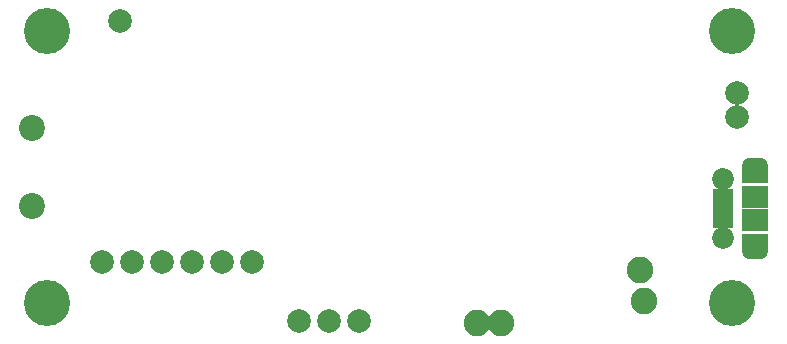
<source format=gbr>
G04 #@! TF.GenerationSoftware,KiCad,Pcbnew,5.0.0+dfsg1-2~bpo9+1*
G04 #@! TF.CreationDate,2018-10-04T21:41:33+01:00*
G04 #@! TF.ProjectId,rpi_pogo_battery_black,7270695F706F676F5F62617474657279,rev?*
G04 #@! TF.SameCoordinates,Original*
G04 #@! TF.FileFunction,Soldermask,Top*
G04 #@! TF.FilePolarity,Negative*
%FSLAX46Y46*%
G04 Gerber Fmt 4.6, Leading zero omitted, Abs format (unit mm)*
G04 Created by KiCad (PCBNEW 5.0.0+dfsg1-2~bpo9+1) date Thu Oct  4 21:41:33 2018*
%MOMM*%
%LPD*%
G01*
G04 APERTURE LIST*
%ADD10C,2.250000*%
%ADD11C,2.000000*%
%ADD12C,3.900000*%
%ADD13R,2.300000X1.900000*%
%ADD14C,1.850000*%
%ADD15R,1.750000X0.800000*%
%ADD16O,2.300000X1.600000*%
%ADD17R,2.300000X1.600000*%
%ADD18C,2.200000*%
G04 APERTURE END LIST*
D10*
G04 #@! TO.C,J2*
X175260000Y-107924600D03*
X174942500Y-105321100D03*
X163131500Y-109766100D03*
X161099500Y-109766100D03*
G04 #@! TD*
D11*
G04 #@! TO.C,U2*
X183159400Y-92405200D03*
X183159400Y-90373200D03*
G04 #@! TD*
G04 #@! TO.C,SW1*
X151130000Y-109601000D03*
X148590000Y-109601000D03*
X146050000Y-109601000D03*
G04 #@! TD*
D12*
G04 #@! TO.C,REF\002A\002A*
X124700000Y-85100000D03*
G04 #@! TD*
G04 #@! TO.C,REF\002A\002A*
X124700000Y-108100000D03*
G04 #@! TD*
G04 #@! TO.C,REF\002A\002A*
X182700000Y-108100000D03*
G04 #@! TD*
G04 #@! TO.C,REF\002A\002A*
X182700000Y-85100000D03*
G04 #@! TD*
D13*
G04 #@! TO.C,J1*
X184703200Y-99101400D03*
D14*
X182003200Y-102601400D03*
D15*
X182003200Y-100751400D03*
X182003200Y-101401400D03*
X182003200Y-98801400D03*
X182003200Y-99451400D03*
X182003200Y-100101400D03*
D14*
X182003200Y-97601400D03*
D13*
X184703200Y-101101400D03*
D16*
X184703200Y-103601400D03*
X184703200Y-96601400D03*
D17*
X184703200Y-97201400D03*
X184703200Y-103001400D03*
G04 #@! TD*
D18*
G04 #@! TO.C,SW2*
X123444000Y-99872800D03*
X123444000Y-93268800D03*
G04 #@! TD*
D11*
G04 #@! TO.C,U1*
X129413000Y-104673400D03*
X131953000Y-104673400D03*
X134493000Y-104673400D03*
X137033000Y-104673400D03*
X139573000Y-104673400D03*
X142113000Y-104673400D03*
X130937000Y-84226400D03*
G04 #@! TD*
M02*

</source>
